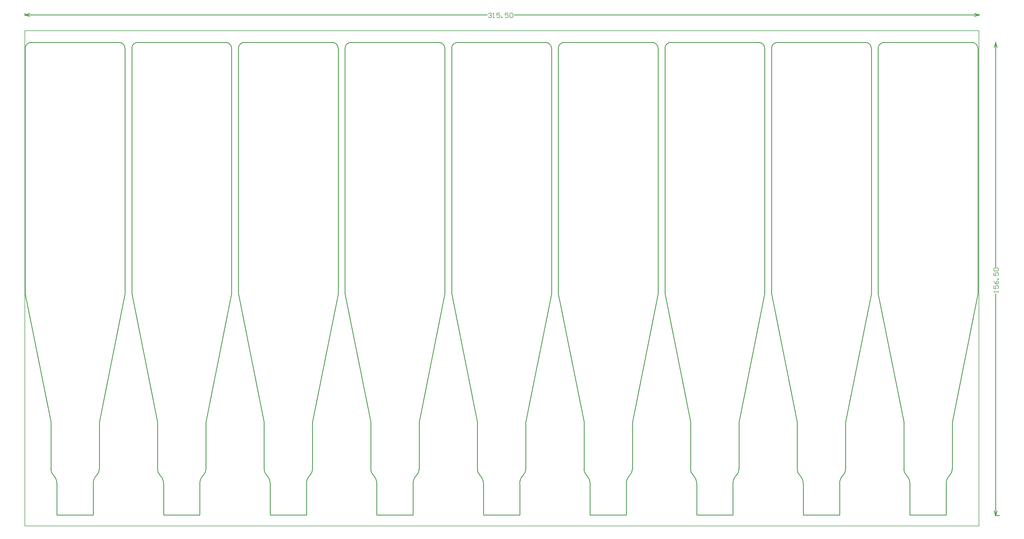
<source format=gbr>
G04 Layer_Color=16711935*
%FSLAX25Y25*%
%MOIN*%
%TF.FileFunction,Other,Mechanical_1*%
%TF.Part,CustomerPanel*%
G01*
G75*
%TA.AperFunction,NonConductor*%
%ADD143C,0.01000*%
%ADD146C,0.00591*%
%ADD153C,0.00600*%
D143*
X1242126Y665339D02*
Y667339D01*
X0Y665339D02*
Y668307D01*
X637058Y666339D02*
X1242126D01*
X0D02*
X601868D01*
X1236126Y668339D02*
X1242126Y666339D01*
X1236126Y664339D02*
X1242126Y666339D01*
X0D02*
X6000Y664339D01*
X0Y666339D02*
X6000Y668339D01*
X1263811Y628827D02*
Y630827D01*
X1262811Y13685D02*
X1268732D01*
X1263811Y337751D02*
Y629827D01*
Y13685D02*
Y302561D01*
X1261811Y623827D02*
X1263811Y629827D01*
X1265811Y623827D01*
X1263811Y13685D02*
X1265811Y19685D01*
X1261811D02*
X1263811Y13685D01*
X8376Y630423D02*
G03*
X501Y622549I0J-7874D01*
G01*
X130423D02*
G03*
X122549Y630423I-7874J0D01*
G01*
X93612Y66053D02*
G03*
X89084Y55122I10931J-10931D01*
G01*
X93612Y66053D02*
G03*
X96958Y74132I-8079J8079D01*
G01*
X33966D02*
G03*
X37312Y66053I11426J0D01*
G01*
X41840Y55122D02*
G03*
X37312Y66053I-15458J0D01*
G01*
X501Y302864D02*
Y620580D01*
X8376Y630423D02*
X122549D01*
X130423Y302470D02*
Y620580D01*
X501Y302864D02*
X33966Y135541D01*
X96958Y74133D02*
Y135147D01*
X130423Y302470D01*
X41840Y14281D02*
X89084D01*
X33966Y73833D02*
Y135541D01*
X89084Y14281D02*
Y55122D01*
X41840Y14281D02*
Y55122D01*
X130423Y620580D02*
Y622549D01*
X501Y620580D02*
Y622549D01*
X147174Y630423D02*
G03*
X139300Y622549I0J-7874D01*
G01*
X269221D02*
G03*
X261347Y630423I-7874J0D01*
G01*
X232410Y66053D02*
G03*
X227883Y55122I10931J-10931D01*
G01*
X232410Y66053D02*
G03*
X235756Y74132I-8079J8079D01*
G01*
X172764D02*
G03*
X176111Y66053I11426J0D01*
G01*
X180638Y55122D02*
G03*
X176111Y66053I-15458J0D01*
G01*
X139300Y302864D02*
Y620580D01*
X147174Y630423D02*
X261347D01*
X269221Y302470D02*
Y620580D01*
X139300Y302864D02*
X172764Y135541D01*
X235756Y74133D02*
Y135147D01*
X269221Y302470D01*
X180638Y14281D02*
X227883D01*
X172764Y73833D02*
Y135541D01*
X227883Y14281D02*
Y55122D01*
X180638Y14281D02*
Y55122D01*
X269221Y620580D02*
Y622549D01*
X139300Y620580D02*
Y622549D01*
X285972Y630423D02*
G03*
X278098Y622549I0J-7874D01*
G01*
X408019D02*
G03*
X400145Y630423I-7874J0D01*
G01*
X371208Y66053D02*
G03*
X366681Y55122I10931J-10931D01*
G01*
X371208Y66053D02*
G03*
X374555Y74132I-8079J8079D01*
G01*
X311563D02*
G03*
X314909Y66053I11426J0D01*
G01*
X319437Y55122D02*
G03*
X314909Y66053I-15458J0D01*
G01*
X278098Y302864D02*
Y620580D01*
X285972Y630423D02*
X400145D01*
X408019Y302470D02*
Y620580D01*
X278098Y302864D02*
X311563Y135541D01*
X374555Y74133D02*
Y135147D01*
X408019Y302470D01*
X319437Y14281D02*
X366681D01*
X311563Y73833D02*
Y135541D01*
X366681Y14281D02*
Y55122D01*
X319437Y14281D02*
Y55122D01*
X408019Y620580D02*
Y622549D01*
X278098Y620580D02*
Y622549D01*
X424770Y630423D02*
G03*
X416896Y622549I0J-7874D01*
G01*
X546818D02*
G03*
X538944Y630423I-7874J0D01*
G01*
X510007Y66053D02*
G03*
X505479Y55122I10931J-10931D01*
G01*
X510007Y66053D02*
G03*
X513353Y74132I-8079J8079D01*
G01*
X450361D02*
G03*
X453707Y66053I11426J0D01*
G01*
X458235Y55122D02*
G03*
X453707Y66053I-15458J0D01*
G01*
X416896Y302864D02*
Y620580D01*
X424770Y630423D02*
X538944D01*
X546818Y302470D02*
Y620580D01*
X416896Y302864D02*
X450361Y135541D01*
X513353Y74133D02*
Y135147D01*
X546818Y302470D01*
X458235Y14281D02*
X505479D01*
X450361Y73833D02*
Y135541D01*
X505479Y14281D02*
Y55122D01*
X458235Y14281D02*
Y55122D01*
X546818Y620580D02*
Y622549D01*
X416896Y620580D02*
Y622549D01*
X563569Y630423D02*
G03*
X555695Y622549I0J-7874D01*
G01*
X685616D02*
G03*
X677742Y630423I-7874J0D01*
G01*
X648805Y66053D02*
G03*
X644277Y55122I10931J-10931D01*
G01*
X648805Y66053D02*
G03*
X652151Y74132I-8079J8079D01*
G01*
X589159D02*
G03*
X592506Y66053I11426J0D01*
G01*
X597033Y55122D02*
G03*
X592506Y66053I-15458J0D01*
G01*
X555695Y302864D02*
Y620580D01*
X563569Y630423D02*
X677742D01*
X685616Y302470D02*
Y620580D01*
X555695Y302864D02*
X589159Y135541D01*
X652151Y74133D02*
Y135147D01*
X685616Y302470D01*
X597033Y14281D02*
X644277D01*
X589159Y73833D02*
Y135541D01*
X644277Y14281D02*
Y55122D01*
X597033Y14281D02*
Y55122D01*
X685616Y620580D02*
Y622549D01*
X555695Y620580D02*
Y622549D01*
X702367Y630423D02*
G03*
X694493Y622549I0J-7874D01*
G01*
X824414D02*
G03*
X816540Y630423I-7874J0D01*
G01*
X787603Y66053D02*
G03*
X783076Y55122I10931J-10931D01*
G01*
X787603Y66053D02*
G03*
X790950Y74132I-8079J8079D01*
G01*
X727957D02*
G03*
X731304Y66053I11426J0D01*
G01*
X735831Y55122D02*
G03*
X731304Y66053I-15458J0D01*
G01*
X694493Y302864D02*
Y620580D01*
X702367Y630423D02*
X816540D01*
X824414Y302470D02*
Y620580D01*
X694493Y302864D02*
X727957Y135541D01*
X790950Y74133D02*
Y135147D01*
X824414Y302470D01*
X735831Y14281D02*
X783076D01*
X727957Y73833D02*
Y135541D01*
X783076Y14281D02*
Y55122D01*
X735831Y14281D02*
Y55122D01*
X824414Y620580D02*
Y622549D01*
X694493Y620580D02*
Y622549D01*
X841165Y630423D02*
G03*
X833291Y622549I0J-7874D01*
G01*
X963212D02*
G03*
X955338Y630423I-7874J0D01*
G01*
X926401Y66053D02*
G03*
X921874Y55122I10931J-10931D01*
G01*
X926401Y66053D02*
G03*
X929748Y74132I-8079J8079D01*
G01*
X866756D02*
G03*
X870102Y66053I11426J0D01*
G01*
X874630Y55122D02*
G03*
X870102Y66053I-15458J0D01*
G01*
X833291Y302864D02*
Y620580D01*
X841165Y630423D02*
X955338D01*
X963212Y302470D02*
Y620580D01*
X833291Y302864D02*
X866756Y135541D01*
X929748Y74133D02*
Y135147D01*
X963212Y302470D01*
X874630Y14281D02*
X921874D01*
X866756Y73833D02*
Y135541D01*
X921874Y14281D02*
Y55122D01*
X874630Y14281D02*
Y55122D01*
X963212Y620580D02*
Y622549D01*
X833291Y620580D02*
Y622549D01*
X979963Y630423D02*
G03*
X972089Y622549I0J-7874D01*
G01*
X1102011D02*
G03*
X1094137Y630423I-7874J0D01*
G01*
X1065200Y66053D02*
G03*
X1060672Y55122I10931J-10931D01*
G01*
X1065200Y66053D02*
G03*
X1068546Y74132I-8079J8079D01*
G01*
X1005554D02*
G03*
X1008901Y66053I11426J0D01*
G01*
X1013428Y55122D02*
G03*
X1008901Y66053I-15458J0D01*
G01*
X972089Y302864D02*
Y620580D01*
X979963Y630423D02*
X1094137D01*
X1102011Y302470D02*
Y620580D01*
X972089Y302864D02*
X1005554Y135541D01*
X1068546Y74133D02*
Y135147D01*
X1102011Y302470D01*
X1013428Y14281D02*
X1060672D01*
X1005554Y73833D02*
Y135541D01*
X1060672Y14281D02*
Y55122D01*
X1013428Y14281D02*
Y55122D01*
X1102011Y620580D02*
Y622549D01*
X972089Y620580D02*
Y622549D01*
X1118762Y630423D02*
G03*
X1110888Y622549I0J-7874D01*
G01*
X1240809D02*
G03*
X1232935Y630423I-7874J0D01*
G01*
X1203998Y66053D02*
G03*
X1199470Y55122I10931J-10931D01*
G01*
X1203998Y66053D02*
G03*
X1207344Y74132I-8079J8079D01*
G01*
X1144352D02*
G03*
X1147699Y66053I11426J0D01*
G01*
X1152226Y55122D02*
G03*
X1147699Y66053I-15458J0D01*
G01*
X1110888Y302864D02*
Y620580D01*
X1118762Y630423D02*
X1232935D01*
X1240809Y302470D02*
Y620580D01*
X1110888Y302864D02*
X1144352Y135541D01*
X1207344Y74133D02*
Y135147D01*
X1240809Y302470D01*
X1152226Y14281D02*
X1199470D01*
X1144352Y73833D02*
Y135541D01*
X1199470Y14281D02*
Y55122D01*
X1152226Y14281D02*
Y55122D01*
X1240809Y620580D02*
Y622549D01*
X1110888Y620580D02*
Y622549D01*
D146*
X0Y0D02*
X1242126D01*
Y645669D01*
X0D02*
X1242126D01*
X0Y0D02*
Y645669D01*
D153*
X603468Y667738D02*
X604468Y668738D01*
X606467D01*
X607467Y667738D01*
Y666738D01*
X606467Y665739D01*
X605468D01*
X606467D01*
X607467Y664739D01*
Y663739D01*
X606467Y662740D01*
X604468D01*
X603468Y663739D01*
X609466Y662740D02*
X611466D01*
X610466D01*
Y668738D01*
X609466Y667738D01*
X618463Y668738D02*
X614465D01*
Y665739D01*
X616464Y666738D01*
X617464D01*
X618463Y665739D01*
Y663739D01*
X617464Y662740D01*
X615464D01*
X614465Y663739D01*
X620463Y662740D02*
Y663739D01*
X621462D01*
Y662740D01*
X620463D01*
X629460Y668738D02*
X625461D01*
Y665739D01*
X627460Y666738D01*
X628460D01*
X629460Y665739D01*
Y663739D01*
X628460Y662740D01*
X626461D01*
X625461Y663739D01*
X631459Y667738D02*
X632459Y668738D01*
X634458D01*
X635458Y667738D01*
Y663739D01*
X634458Y662740D01*
X632459D01*
X631459Y663739D01*
Y667738D01*
X1267410Y304161D02*
Y306160D01*
Y305161D01*
X1261412D01*
X1262412Y304161D01*
X1261412Y313158D02*
Y309159D01*
X1264411D01*
X1263411Y311159D01*
Y312158D01*
X1264411Y313158D01*
X1266410D01*
X1267410Y312158D01*
Y310159D01*
X1266410Y309159D01*
X1261412Y319156D02*
X1262412Y317157D01*
X1264411Y315158D01*
X1266410D01*
X1267410Y316157D01*
Y318157D01*
X1266410Y319156D01*
X1265411D01*
X1264411Y318157D01*
Y315158D01*
X1267410Y321156D02*
X1266410D01*
Y322155D01*
X1267410D01*
Y321156D01*
X1261412Y330153D02*
Y326154D01*
X1264411D01*
X1263411Y328153D01*
Y329153D01*
X1264411Y330153D01*
X1266410D01*
X1267410Y329153D01*
Y327154D01*
X1266410Y326154D01*
X1262412Y332152D02*
X1261412Y333152D01*
Y335151D01*
X1262412Y336151D01*
X1266410D01*
X1267410Y335151D01*
Y333152D01*
X1266410Y332152D01*
X1262412D01*
%TF.MD5,e0aa51848b9d7a5c93117341638d0cb0*%
M02*

</source>
